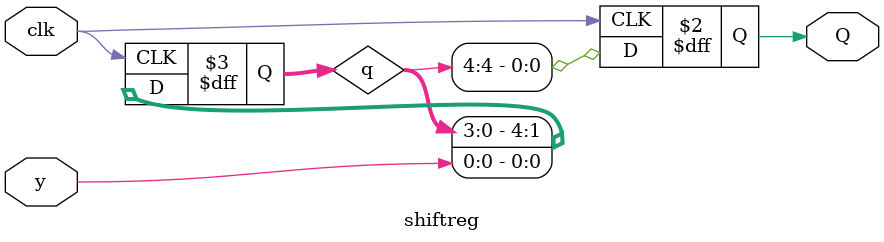
<source format=v>

module shiftreg (input clk, y, output reg Q);

    reg [4:0] q;

    always @ (posedge clk)
        begin
           q[0] <= y;
           q[4:1] <= q[3:0];
           Q <= q[4];
        end

endmodule
</source>
